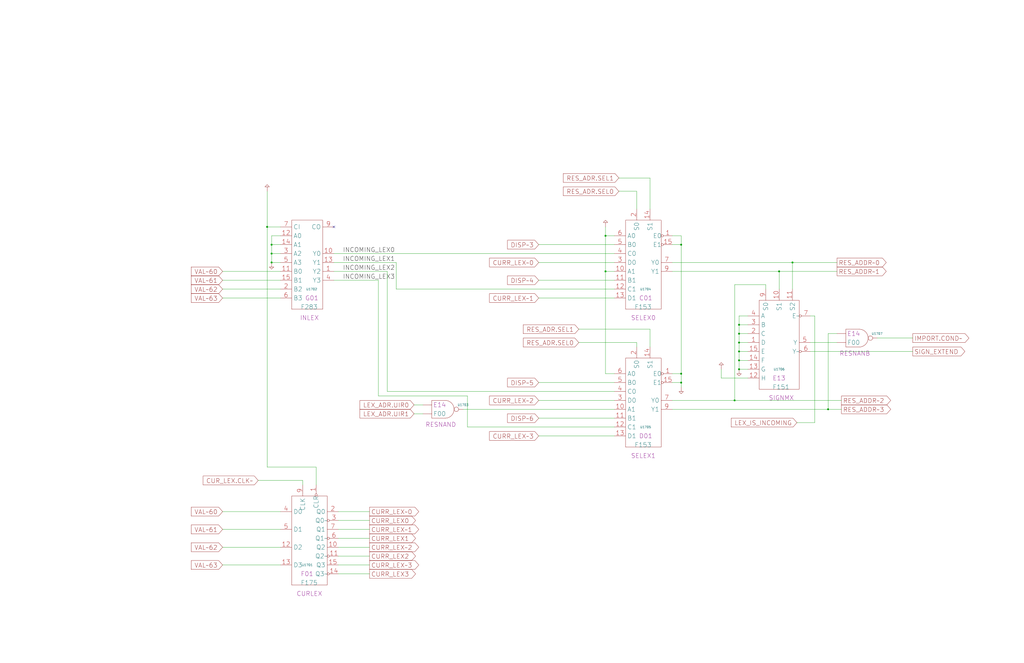
<source format=kicad_sch>
(kicad_sch (version 20250114) (generator "eeschema") (generator_version "9.0")
  (paper "User" 584.2 378.46)
  (title_block (title "RESOLVE ADDRESS GENERATION") (date "22-MAY-90") (rev "1.0") (comment 1 "SEQUENCER") (comment 2 "232-003064") (comment 3 "S400") (comment 4 "RELEASED"))
  (lib_symbols
    (symbol "r1000:F00" (pin_numbers (hide yes)) (pin_names (hide yes))
      (property "Reference" "U" (at 15.24 0 0))
      (property "Value" "F00" (at 1.905 -5.08 0))
      (property "Location" "___" (at 1.905 0 0))
      (property "Name" "______" (at 2.54 -12.7 0))
      (symbol "F00_0_1"
        (polyline (pts (xy -2.54 2.54) (xy -2.54 -7.62)) (stroke (width 0.1524)))
        (polyline (pts (xy -2.54 2.54) (xy 5.08 2.54)) (stroke (width 0.1524)))
        (polyline (pts (xy -2.54 -7.62) (xy 5.08 -7.62)) (stroke (width 0.1524)))
        (arc (start 5.08 2.54) (mid 10.1281 -2.54) (end 5.08 -7.62) (stroke (width 0.1524)))
        (circle (center 11.43 -2.54) (radius 1.27) (stroke (width 0.1524)))
      )
      (symbol "F00_0_2"
        (arc (start -3.175 2.54) (mid -2.134 -2.54) (end -3.175 -7.62) (stroke (width 0.1524)))
        (circle (center -3.81 0) (radius 1.27) (stroke (width 0.1524)))
        (circle (center -3.81 -5.08) (radius 1.27) (stroke (width 0.1524)))
        (polyline (pts (xy -3.175 2.54) (xy 3.81 2.54)) (stroke (width 0.1524)))
        (polyline (pts (xy -3.175 -7.62) (xy 3.81 -7.62)) (stroke (width 0.1524)))
        (arc (start 3.81 2.54) (mid 7.5828 0.7472) (end 10.16 -2.54) (stroke (width 0.1524)))
        (arc (start 10.16 -2.54) (mid 7.5855 -5.8306) (end 3.81 -7.62) (stroke (width 0.1524)))
      )
      (symbol "F00_1_1"
        (pin input line (at -7.62 0 0) (length 5.08) (name "D0") (number "1"))
        (pin input line (at -7.62 -5.08 0) (length 5.08) (name "D1") (number "2"))
        (pin output line (at 15.24 -2.54 180) (length 2.54) (name "Q") (number "3"))
      )
      (symbol "F00_1_2"
        (pin input line (at -7.62 0 0) (length 2.54) (name "D0") (number "1"))
        (pin input line (at -7.62 -5.08 0) (length 2.54) (name "D1") (number "2"))
        (pin output line (at 15.24 -2.54 180) (length 5.08) (name "Q") (number "3"))
      )
    )
    (symbol "r1000:F151" (pin_names (offset 1.016))
      (property "Reference" "U" (at 2.54 5.08 0))
      (property "Value" "F151" (at -1.27 -5.08 0))
      (property "Location" "___" (at -1.27 0 0))
      (property "Name" "______" (at 3.81 -12.7 0))
      (symbol "F151_1_1"
        (rectangle (start -8.89 44.45) (end 13.97 -6.35))
        (circle (center 14.605 35.56) (radius 0.635))
        (circle (center 14.605 15.24) (radius 0.635))
        (pin input line (at -15.24 35.56 0) (length 6.35) (name "A") (number "4"))
        (pin input line (at -15.24 30.48 0) (length 6.35) (name "B") (number "3"))
        (pin input line (at -15.24 25.4 0) (length 6.35) (name "C") (number "2"))
        (pin input line (at -15.24 20.32 0) (length 6.35) (name "D") (number "1"))
        (pin input line (at -15.24 15.24 0) (length 6.35) (name "E") (number "15"))
        (pin input line (at -15.24 10.16 0) (length 6.35) (name "F") (number "14"))
        (pin input line (at -15.24 5.08 0) (length 6.35) (name "G") (number "13"))
        (pin input line (at -15.24 0 0) (length 6.35) (name "H") (number "12"))
        (pin input line (at -5.08 50.8 270) (length 6.35) (name "S0") (number "9"))
        (pin input line (at 2.54 50.8 270) (length 6.35) (name "S1") (number "10"))
        (pin input line (at 10.16 50.8 270) (length 6.35) (name "S2") (number "11"))
        (pin input line (at 20.32 35.56 180) (length 5.08) (name "E~") (number "7"))
        (pin output line (at 20.32 20.32 180) (length 6.35) (name "Y") (number "5"))
        (pin output line (at 20.32 15.24 180) (length 5.08) (name "Y~") (number "6"))
      )
    )
    (symbol "r1000:F153" (pin_names (offset 1.016))
      (property "Reference" "U" (at 2.54 5.08 0))
      (property "Value" "F153" (at -3.81 -5.08 0))
      (property "Location" "___" (at -1.27 0 0))
      (property "Name" "______" (at 1.27 -12.7 0))
      (symbol "F153_1_1"
        (rectangle (start -8.89 44.45) (end 11.43 -6.35))
        (circle (center 12.065 35.56) (radius 0.635))
        (circle (center 12.065 30.48) (radius 0.635))
        (pin input line (at -15.24 35.56 0) (length 6.35) (name "A0") (number "6"))
        (pin input line (at -15.24 30.48 0) (length 6.35) (name "B0") (number "5"))
        (pin input line (at -15.24 25.4 0) (length 6.35) (name "C0") (number "4"))
        (pin input line (at -15.24 20.32 0) (length 6.35) (name "D0") (number "3"))
        (pin input line (at -15.24 15.24 0) (length 6.35) (name "A1") (number "10"))
        (pin input line (at -15.24 10.16 0) (length 6.35) (name "B1") (number "11"))
        (pin input line (at -15.24 5.08 0) (length 6.35) (name "C1") (number "12"))
        (pin input line (at -15.24 0 0) (length 6.35) (name "D1") (number "13"))
        (pin input line (at -2.54 50.8 270) (length 6.35) (name "S0") (number "2"))
        (pin input line (at 5.08 50.8 270) (length 6.35) (name "S1") (number "14"))
        (pin input line (at 17.78 35.56 180) (length 5.08) (name "E0") (number "1"))
        (pin input line (at 17.78 30.48 180) (length 5.08) (name "E1") (number "15"))
        (pin output line (at 17.78 20.32 180) (length 6.35) (name "Y0") (number "7"))
        (pin output line (at 17.78 15.24 180) (length 6.35) (name "Y1") (number "9"))
      )
    )
    (symbol "r1000:F175" (pin_names (offset 1.016))
      (property "Reference" "U" (at 2.54 5.08 0))
      (property "Value" "F175" (at -1.27 -5.08 0))
      (property "Location" "___" (at -1.27 0 0))
      (property "Name" "______" (at 3.81 -12.7 0))
      (symbol "F175_1_1"
        (rectangle (start -6.35 44.45) (end 13.97 -6.35))
        (circle (center 7.62 45.085) (radius 0.635))
        (circle (center 14.605 30.48) (radius 0.635))
        (circle (center 14.605 20.32) (radius 0.635))
        (circle (center 14.605 10.16) (radius 0.635))
        (circle (center 14.605 0) (radius 0.635))
        (pin input line (at -12.7 35.56 0) (length 6.35) (name "D0") (number "4"))
        (pin input line (at -12.7 25.4 0) (length 6.35) (name "D1") (number "5"))
        (pin input line (at -12.7 15.24 0) (length 6.35) (name "D2") (number "12"))
        (pin input line (at -12.7 5.08 0) (length 6.35) (name "D3") (number "13"))
        (pin input line (at 0 50.8 270) (length 6.35) (name "CLK") (number "9"))
        (pin input line (at 7.62 50.8 270) (length 5.08) (name "CLR") (number "1"))
        (pin output line (at 20.32 35.56 180) (length 6.35) (name "Q0") (number "2"))
        (pin output line (at 20.32 30.48 180) (length 5.08) (name "Q0~") (number "3"))
        (pin output line (at 20.32 25.4 180) (length 6.35) (name "Q1") (number "7"))
        (pin output line (at 20.32 20.32 180) (length 5.08) (name "Q1~") (number "6"))
        (pin output line (at 20.32 15.24 180) (length 6.35) (name "Q2") (number "10"))
        (pin output line (at 20.32 10.16 180) (length 5.08) (name "Q2~") (number "11"))
        (pin output line (at 20.32 5.08 180) (length 6.35) (name "Q3") (number "15"))
        (pin output line (at 20.32 0 180) (length 5.08) (name "Q3~") (number "14"))
      )
    )
    (symbol "r1000:F283" (pin_names (offset 1.016))
      (property "Reference" "U" (at 2.54 5.08 0))
      (property "Value" "F283" (at -3.81 -5.08 0))
      (property "Location" "___" (at -1.27 0 0))
      (property "Name" "______" (at 1.27 -12.7 0))
      (symbol "F283_1_1"
        (rectangle (start -8.89 44.45) (end 8.89 -6.35))
        (pin input line (at -15.24 40.64 0) (length 6.35) (name "CI") (number "7"))
        (pin input line (at -15.24 35.56 0) (length 6.35) (name "A0") (number "12"))
        (pin input line (at -15.24 30.48 0) (length 6.35) (name "A1") (number "14"))
        (pin input line (at -15.24 25.4 0) (length 6.35) (name "A2") (number "3"))
        (pin input line (at -15.24 20.32 0) (length 6.35) (name "A3") (number "5"))
        (pin input line (at -15.24 15.24 0) (length 6.35) (name "B0") (number "11"))
        (pin input line (at -15.24 10.16 0) (length 6.35) (name "B1") (number "15"))
        (pin input line (at -15.24 5.08 0) (length 6.35) (name "B2") (number "2"))
        (pin input line (at -15.24 0 0) (length 6.35) (name "B3") (number "6"))
        (pin output line (at 15.24 40.64 180) (length 6.35) (name "CO") (number "9"))
        (pin output line (at 15.24 25.4 180) (length 6.35) (name "Y0") (number "10"))
        (pin output line (at 15.24 20.32 180) (length 6.35) (name "Y1") (number "13"))
        (pin output line (at 15.24 15.24 180) (length 6.35) (name "Y2") (number "1"))
        (pin output line (at 15.24 10.16 180) (length 6.35) (name "Y3") (number "4"))
      )
    )
    (symbol "r1000:PD" (power) (pin_numbers (hide yes)) (pin_names (hide yes)) (in_bom no)
      (symbol "PD_0_1"
        (polyline (pts (xy 0 -2.54) (xy 1.27 -2.54) (xy 0 -3.81) (xy -1.27 -2.54) (xy 0 -2.54)) (stroke (width 0.1524)))
      )
      (symbol "PD_1_1"
        (pin power_in line (at 0 0 270) (length 2.54) (name "PD") (number "1"))
      )
    )
    (symbol "r1000:PU" (power) (pin_numbers (hide yes)) (pin_names (hide yes))
      (symbol "PU_0_1"
        (polyline (pts (xy 0 2.54) (xy -1.27 2.54) (xy 0 3.81) (xy 1.27 2.54) (xy 0 2.54)) (stroke (width 0.1524)))
      )
      (symbol "PU_1_1"
        (pin power_in line (at 0 0 90) (length 2.54) (name "PU") (number "1"))
      )
    )
  )
  (junction (at 345.44 154.94))
  (junction (at 421.64 190.5))
  (junction (at 345.44 134.62))
  (junction (at 154.94 149.86))
  (junction (at 154.94 139.7))
  (junction (at 152.4 129.54))
  (junction (at 444.5 154.94))
  (junction (at 388.62 213.36))
  (junction (at 421.64 210.82))
  (junction (at 421.64 205.74))
  (junction (at 421.64 195.58))
  (junction (at 388.62 218.44))
  (junction (at 154.94 144.78))
  (junction (at 421.64 185.42))
  (junction (at 388.62 139.7))
  (junction (at 419.1 228.6))
  (junction (at 452.12 149.86))
  (junction (at 421.64 200.66))
  (junction (at 472.44 233.68))
  (no_connect (at 190.5 129.54))
  (wire (pts (xy 363.22 109.22) (xy 363.22 119.38)))
  (wire (pts (xy 388.62 134.62) (xy 388.62 139.7)))
  (wire (pts (xy 383.54 213.36) (xy 388.62 213.36)))
  (wire (pts (xy 426.72 215.9) (xy 411.48 215.9)))
  (wire (pts (xy 215.9 160.02) (xy 215.9 226.06)))
  (wire (pts (xy 345.44 129.54) (xy 345.44 134.62)))
  (wire (pts (xy 307.34 238.76) (xy 350.52 238.76)))
  (wire (pts (xy 345.44 154.94) (xy 345.44 213.36)))
  (wire (pts (xy 383.54 134.62) (xy 388.62 134.62)))
  (wire (pts (xy 193.04 312.42) (xy 210.82 312.42)))
  (wire (pts (xy 127 160.02) (xy 160.02 160.02)))
  (wire (pts (xy 127 170.18) (xy 160.02 170.18)))
  (wire (pts (xy 421.64 205.74) (xy 426.72 205.74)))
  (wire (pts (xy 421.64 185.42) (xy 426.72 185.42)))
  (wire (pts (xy 127 312.42) (xy 160.02 312.42)))
  (wire (pts (xy 215.9 226.06) (xy 266.7 226.06)))
  (wire (pts (xy 444.5 154.94) (xy 477.52 154.94)))
  (wire (pts (xy 264.16 233.68) (xy 350.52 233.68)))
  (wire (pts (xy 472.44 233.68) (xy 480.06 233.68)))
  (wire (pts (xy 193.04 327.66) (xy 210.82 327.66)))
  (wire (pts (xy 472.44 233.68) (xy 472.44 190.5)))
  (wire (pts (xy 152.4 109.22) (xy 152.4 129.54)))
  (wire (pts (xy 152.4 129.54) (xy 152.4 266.7)))
  (wire (pts (xy 436.88 162.56) (xy 436.88 165.1)))
  (wire (pts (xy 193.04 297.18) (xy 210.82 297.18)))
  (wire (pts (xy 190.5 149.86) (xy 226.06 149.86)))
  (wire (pts (xy 152.4 266.7) (xy 180.34 266.7)))
  (wire (pts (xy 226.06 149.86) (xy 226.06 165.1)))
  (wire (pts (xy 419.1 228.6) (xy 419.1 162.56)))
  (wire (pts (xy 421.64 190.5) (xy 426.72 190.5)))
  (wire (pts (xy 383.54 218.44) (xy 388.62 218.44)))
  (wire (pts (xy 307.34 248.92) (xy 350.52 248.92)))
  (wire (pts (xy 500.38 193.04) (xy 520.7 193.04)))
  (wire (pts (xy 462.28 195.58) (xy 477.52 195.58)))
  (wire (pts (xy 370.84 101.6) (xy 370.84 119.38)))
  (wire (pts (xy 127 322.58) (xy 160.02 322.58)))
  (wire (pts (xy 154.94 134.62) (xy 154.94 139.7)))
  (wire (pts (xy 363.22 195.58) (xy 363.22 198.12)))
  (wire (pts (xy 236.22 236.22) (xy 241.3 236.22)))
  (wire (pts (xy 154.94 139.7) (xy 154.94 144.78)))
  (wire (pts (xy 307.34 160.02) (xy 350.52 160.02)))
  (wire (pts (xy 330.2 187.96) (xy 370.84 187.96)))
  (wire (pts (xy 462.28 200.66) (xy 520.7 200.66)))
  (wire (pts (xy 127 154.94) (xy 160.02 154.94)))
  (wire (pts (xy 220.98 223.52) (xy 350.52 223.52)))
  (wire (pts (xy 330.2 195.58) (xy 363.22 195.58)))
  (wire (pts (xy 172.72 276.86) (xy 172.72 274.32)))
  (wire (pts (xy 411.48 215.9) (xy 411.48 210.82)))
  (wire (pts (xy 307.34 149.86) (xy 350.52 149.86)))
  (wire (pts (xy 426.72 180.34) (xy 421.64 180.34)))
  (wire (pts (xy 421.64 185.42) (xy 421.64 190.5)))
  (wire (pts (xy 345.44 154.94) (xy 350.52 154.94)))
  (wire (pts (xy 464.82 180.34) (xy 464.82 241.3)))
  (wire (pts (xy 421.64 195.58) (xy 421.64 200.66)))
  (wire (pts (xy 160.02 134.62) (xy 154.94 134.62)))
  (wire (pts (xy 388.62 213.36) (xy 388.62 218.44)))
  (wire (pts (xy 452.12 149.86) (xy 452.12 165.1)))
  (wire (pts (xy 307.34 170.18) (xy 350.52 170.18)))
  (wire (pts (xy 154.94 149.86) (xy 160.02 149.86)))
  (wire (pts (xy 345.44 134.62) (xy 350.52 134.62)))
  (wire (pts (xy 421.64 210.82) (xy 426.72 210.82)))
  (wire (pts (xy 472.44 190.5) (xy 477.52 190.5)))
  (wire (pts (xy 388.62 139.7) (xy 388.62 213.36)))
  (wire (pts (xy 127 302.26) (xy 160.02 302.26)))
  (wire (pts (xy 193.04 322.58) (xy 210.82 322.58)))
  (wire (pts (xy 190.5 154.94) (xy 220.98 154.94)))
  (wire (pts (xy 307.34 218.44) (xy 350.52 218.44)))
  (wire (pts (xy 307.34 139.7) (xy 350.52 139.7)))
  (wire (pts (xy 419.1 228.6) (xy 480.06 228.6)))
  (wire (pts (xy 421.64 195.58) (xy 426.72 195.58)))
  (wire (pts (xy 454.66 241.3) (xy 464.82 241.3)))
  (wire (pts (xy 345.44 213.36) (xy 350.52 213.36)))
  (wire (pts (xy 383.54 228.6) (xy 419.1 228.6)))
  (wire (pts (xy 421.64 190.5) (xy 421.64 195.58)))
  (wire (pts (xy 421.64 205.74) (xy 421.64 210.82)))
  (wire (pts (xy 421.64 180.34) (xy 421.64 185.42)))
  (wire (pts (xy 193.04 317.5) (xy 210.82 317.5)))
  (wire (pts (xy 452.12 149.86) (xy 477.52 149.86)))
  (wire (pts (xy 383.54 154.94) (xy 444.5 154.94)))
  (wire (pts (xy 266.7 226.06) (xy 266.7 243.84)))
  (wire (pts (xy 127 292.1) (xy 160.02 292.1)))
  (wire (pts (xy 383.54 149.86) (xy 452.12 149.86)))
  (wire (pts (xy 345.44 134.62) (xy 345.44 154.94)))
  (wire (pts (xy 383.54 233.68) (xy 472.44 233.68)))
  (wire (pts (xy 421.64 200.66) (xy 421.64 205.74)))
  (wire (pts (xy 444.5 154.94) (xy 444.5 165.1)))
  (wire (pts (xy 421.64 200.66) (xy 426.72 200.66)))
  (wire (pts (xy 190.5 144.78) (xy 350.52 144.78)))
  (wire (pts (xy 154.94 144.78) (xy 154.94 149.86)))
  (wire (pts (xy 419.1 162.56) (xy 436.88 162.56)))
  (wire (pts (xy 147.32 274.32) (xy 172.72 274.32)))
  (wire (pts (xy 154.94 139.7) (xy 160.02 139.7)))
  (wire (pts (xy 462.28 180.34) (xy 464.82 180.34)))
  (wire (pts (xy 127 165.1) (xy 160.02 165.1)))
  (wire (pts (xy 220.98 154.94) (xy 220.98 223.52)))
  (wire (pts (xy 236.22 231.14) (xy 241.3 231.14)))
  (wire (pts (xy 180.34 266.7) (xy 180.34 276.86)))
  (wire (pts (xy 370.84 187.96) (xy 370.84 198.12)))
  (wire (pts (xy 383.54 139.7) (xy 388.62 139.7)))
  (wire (pts (xy 190.5 160.02) (xy 215.9 160.02)))
  (wire (pts (xy 193.04 302.26) (xy 210.82 302.26)))
  (wire (pts (xy 193.04 292.1) (xy 210.82 292.1)))
  (wire (pts (xy 266.7 243.84) (xy 350.52 243.84)))
  (wire (pts (xy 353.06 109.22) (xy 363.22 109.22)))
  (wire (pts (xy 307.34 228.6) (xy 350.52 228.6)))
  (wire (pts (xy 388.62 218.44) (xy 388.62 220.98)))
  (wire (pts (xy 193.04 307.34) (xy 210.82 307.34)))
  (wire (pts (xy 226.06 165.1) (xy 350.52 165.1)))
  (wire (pts (xy 152.4 129.54) (xy 160.02 129.54)))
  (wire (pts (xy 353.06 101.6) (xy 370.84 101.6)))
  (wire (pts (xy 154.94 144.78) (xy 160.02 144.78)))
  (label "INCOMING_LEX3" (at 195.58 160.02 0) (effects (font (size 2.54 2.54))))
  (label "INCOMING_LEX2" (at 195.58 154.94 0) (effects (font (size 2.54 2.54))))
  (label "INCOMING_LEX0" (at 195.58 144.78 0) (effects (font (size 2.54 2.54))))
  (label "INCOMING_LEX1" (at 195.58 149.86 0) (effects (font (size 2.54 2.54))))
  (global_label "CURR_LEX~2" (shape input) (at 307.34 228.6 180) (effects (font (size 2.54 2.54))) (property "Intersheetrefs" "${INTERSHEET_REFS}" (at 279.2911 228.4413 0) (effects (font (size 1.905 1.905)) (justify right))))
  (global_label "DISP~3" (shape input) (at 307.34 139.7 180) (effects (font (size 2.54 2.54))) (property "Intersheetrefs" "${INTERSHEET_REFS}" (at 289.5721 139.5413 0) (effects (font (size 1.905 1.905)) (justify right))))
  (global_label "LEX_ADR.UIR0" (shape input) (at 236.22 231.14 180) (effects (font (size 2.54 2.54))) (property "Intersheetrefs" "${INTERSHEET_REFS}" (at 205.3892 230.9813 0) (effects (font (size 1.905 1.905)) (justify right))))
  (global_label "RES_ADR.SEL1" (shape input) (at 353.06 101.6 180) (effects (font (size 2.54 2.54))) (property "Intersheetrefs" "${INTERSHEET_REFS}" (at 321.3826 101.4413 0) (effects (font (size 1.905 1.905)) (justify right))))
  (global_label "IMPORT.COND~" (shape output) (at 520.7 193.04 0) (effects (font (size 2.54 2.54))) (property "Intersheetrefs" "${INTERSHEET_REFS}" (at 552.7403 192.8813 0) (effects (font (size 1.905 1.905)) (justify left))))
  (global_label "SIGN_EXTEND" (shape output) (at 520.7 200.66 0) (effects (font (size 2.54 2.54))) (property "Intersheetrefs" "${INTERSHEET_REFS}" (at 550.4422 200.5013 0) (effects (font (size 1.905 1.905)) (justify left))))
  (global_label "RES_ADDR~0" (shape output) (at 477.52 149.86 0) (effects (font (size 2.54 2.54))) (property "Intersheetrefs" "${INTERSHEET_REFS}" (at 505.5689 149.7013 0) (effects (font (size 1.905 1.905)) (justify left))))
  (global_label "CURR_LEX1" (shape output) (at 210.82 307.34 0) (effects (font (size 2.54 2.54))) (property "Intersheetrefs" "${INTERSHEET_REFS}" (at 237.0546 307.1813 0) (effects (font (size 1.905 1.905)) (justify left))))
  (global_label "VAL~61" (shape input) (at 127 302.26 180) (effects (font (size 2.54 2.54))) (property "Intersheetrefs" "${INTERSHEET_REFS}" (at 109.1111 302.1013 0) (effects (font (size 1.905 1.905)) (justify right))))
  (global_label "RES_ADR.SEL0" (shape input) (at 330.2 195.58 180) (effects (font (size 2.54 2.54))) (property "Intersheetrefs" "${INTERSHEET_REFS}" (at 298.5226 195.4213 0) (effects (font (size 1.905 1.905)) (justify right))))
  (global_label "VAL~63" (shape input) (at 127 170.18 180) (effects (font (size 2.54 2.54))) (property "Intersheetrefs" "${INTERSHEET_REFS}" (at 109.1111 170.0213 0) (effects (font (size 1.905 1.905)) (justify right))))
  (global_label "RES_ADDR~1" (shape output) (at 477.52 154.94 0) (effects (font (size 2.54 2.54))) (property "Intersheetrefs" "${INTERSHEET_REFS}" (at 505.5689 154.7813 0) (effects (font (size 1.905 1.905)) (justify left))))
  (global_label "CURR_LEX~0" (shape output) (at 210.82 292.1 0) (effects (font (size 2.54 2.54))) (property "Intersheetrefs" "${INTERSHEET_REFS}" (at 238.8689 291.9413 0) (effects (font (size 1.905 1.905)) (justify left))))
  (global_label "VAL~63" (shape input) (at 127 322.58 180) (effects (font (size 2.54 2.54))) (property "Intersheetrefs" "${INTERSHEET_REFS}" (at 109.1111 322.4213 0) (effects (font (size 1.905 1.905)) (justify right))))
  (global_label "VAL~62" (shape input) (at 127 165.1 180) (effects (font (size 2.54 2.54))) (property "Intersheetrefs" "${INTERSHEET_REFS}" (at 109.1111 164.9413 0) (effects (font (size 1.905 1.905)) (justify right))))
  (global_label "CURR_LEX~1" (shape output) (at 210.82 302.26 0) (effects (font (size 2.54 2.54))) (property "Intersheetrefs" "${INTERSHEET_REFS}" (at 238.8689 302.1013 0) (effects (font (size 1.905 1.905)) (justify left))))
  (global_label "DISP~6" (shape input) (at 307.34 238.76 180) (effects (font (size 2.54 2.54))) (property "Intersheetrefs" "${INTERSHEET_REFS}" (at 289.5721 238.6013 0) (effects (font (size 1.905 1.905)) (justify right))))
  (global_label "VAL~60" (shape input) (at 127 154.94 180) (effects (font (size 2.54 2.54))) (property "Intersheetrefs" "${INTERSHEET_REFS}" (at 109.1111 154.7813 0) (effects (font (size 1.905 1.905)) (justify right))))
  (global_label "VAL~60" (shape input) (at 127 292.1 180) (effects (font (size 2.54 2.54))) (property "Intersheetrefs" "${INTERSHEET_REFS}" (at 109.1111 291.9413 0) (effects (font (size 1.905 1.905)) (justify right))))
  (global_label "RES_ADDR~3" (shape output) (at 480.06 233.68 0) (effects (font (size 2.54 2.54))) (property "Intersheetrefs" "${INTERSHEET_REFS}" (at 508.1089 233.5213 0) (effects (font (size 1.905 1.905)) (justify left))))
  (global_label "CURR_LEX2" (shape output) (at 210.82 317.5 0) (effects (font (size 2.54 2.54))) (property "Intersheetrefs" "${INTERSHEET_REFS}" (at 237.0546 317.3413 0) (effects (font (size 1.905 1.905)) (justify left))))
  (global_label "CURR_LEX~1" (shape input) (at 307.34 170.18 180) (effects (font (size 2.54 2.54))) (property "Intersheetrefs" "${INTERSHEET_REFS}" (at 279.2911 170.0213 0) (effects (font (size 1.905 1.905)) (justify right))))
  (global_label "RES_ADR.SEL0" (shape input) (at 353.06 109.22 180) (effects (font (size 2.54 2.54))) (property "Intersheetrefs" "${INTERSHEET_REFS}" (at 321.3826 109.0613 0) (effects (font (size 1.905 1.905)) (justify right))))
  (global_label "CURR_LEX~3" (shape output) (at 210.82 322.58 0) (effects (font (size 2.54 2.54))) (property "Intersheetrefs" "${INTERSHEET_REFS}" (at 238.8689 322.4213 0) (effects (font (size 1.905 1.905)) (justify left))))
  (global_label "LEX_IS_INCOMING" (shape input) (at 454.66 241.3 180) (effects (font (size 2.54 2.54))) (property "Intersheetrefs" "${INTERSHEET_REFS}" (at 417.1769 241.1413 0) (effects (font (size 1.905 1.905)) (justify right))))
  (global_label "LEX_ADR.UIR1" (shape input) (at 236.22 236.22 180) (effects (font (size 2.54 2.54))) (property "Intersheetrefs" "${INTERSHEET_REFS}" (at 205.3892 236.0613 0) (effects (font (size 1.905 1.905)) (justify right))))
  (global_label "VAL~62" (shape input) (at 127 312.42 180) (effects (font (size 2.54 2.54))) (property "Intersheetrefs" "${INTERSHEET_REFS}" (at 109.1111 312.2613 0) (effects (font (size 1.905 1.905)) (justify right))))
  (global_label "RES_ADR.SEL1" (shape input) (at 330.2 187.96 180) (effects (font (size 2.54 2.54))) (property "Intersheetrefs" "${INTERSHEET_REFS}" (at 298.5226 187.8013 0) (effects (font (size 1.905 1.905)) (justify right))))
  (global_label "DISP~4" (shape input) (at 307.34 160.02 180) (effects (font (size 2.54 2.54))) (property "Intersheetrefs" "${INTERSHEET_REFS}" (at 289.5721 159.8613 0) (effects (font (size 1.905 1.905)) (justify right))))
  (global_label "CURR_LEX~3" (shape input) (at 307.34 248.92 180) (effects (font (size 2.54 2.54))) (property "Intersheetrefs" "${INTERSHEET_REFS}" (at 279.2911 248.7613 0) (effects (font (size 1.905 1.905)) (justify right))))
  (global_label "CURR_LEX3" (shape output) (at 210.82 327.66 0) (effects (font (size 2.54 2.54))) (property "Intersheetrefs" "${INTERSHEET_REFS}" (at 237.0546 327.5013 0) (effects (font (size 1.905 1.905)) (justify left))))
  (global_label "VAL~61" (shape input) (at 127 160.02 180) (effects (font (size 2.54 2.54))) (property "Intersheetrefs" "${INTERSHEET_REFS}" (at 109.1111 159.8613 0) (effects (font (size 1.905 1.905)) (justify right))))
  (global_label "CUR_LEX.CLK~" (shape input) (at 147.32 274.32 180) (effects (font (size 2.54 2.54))) (property "Intersheetrefs" "${INTERSHEET_REFS}" (at 115.8845 274.1613 0) (effects (font (size 1.905 1.905)) (justify right))))
  (global_label "CURR_LEX~2" (shape output) (at 210.82 312.42 0) (effects (font (size 2.54 2.54))) (property "Intersheetrefs" "${INTERSHEET_REFS}" (at 238.8689 312.2613 0) (effects (font (size 1.905 1.905)) (justify left))))
  (global_label "RES_ADDR~2" (shape output) (at 480.06 228.6 0) (effects (font (size 2.54 2.54))) (property "Intersheetrefs" "${INTERSHEET_REFS}" (at 508.1089 228.4413 0) (effects (font (size 1.905 1.905)) (justify left))))
  (global_label "DISP~5" (shape input) (at 307.34 218.44 180) (effects (font (size 2.54 2.54))) (property "Intersheetrefs" "${INTERSHEET_REFS}" (at 289.5721 218.2813 0) (effects (font (size 1.905 1.905)) (justify right))))
  (global_label "CURR_LEX0" (shape output) (at 210.82 297.18 0) (effects (font (size 2.54 2.54))) (property "Intersheetrefs" "${INTERSHEET_REFS}" (at 237.0546 297.0213 0) (effects (font (size 1.905 1.905)) (justify left))))
  (global_label "CURR_LEX~0" (shape input) (at 307.34 149.86 180) (effects (font (size 2.54 2.54))) (property "Intersheetrefs" "${INTERSHEET_REFS}" (at 279.2911 149.7013 0) (effects (font (size 1.905 1.905)) (justify right))))
  (symbol (lib_id "r1000:F283") (at 175.26 170.18 0) (unit 1)
    (property "Reference" "U1702" (at 177.8 165.1 0))
    (property "Value" "F283" (at 171.45 175.26 0) (effects (font (size 2.54 2.54)) (justify left)))
    (property "Location" "G01" (at 173.99 170.18 0) (effects (font (size 2.54 2.54)) (justify left)))
    (property "Name" "INLEX" (at 176.53 182.88 0) (effects (font (size 2.54 2.54)) (justify bottom)))
  )
  (symbol (lib_id "r1000:PD") (at 421.64 210.82 0) (unit 1) (in_bom no)
    (property "Reference" "#PWR01706" (effects (hide yes)))
    (property "Value" "PD" (effects (hide yes)))
  )
  (symbol (lib_id "r1000:PD") (at 154.94 149.86 0) (unit 1) (in_bom no)
    (property "Reference" "#PWR01702" (effects (hide yes)))
    (property "Value" "PD" (effects (hide yes)))
  )
  (symbol (lib_id "r1000:PU") (at 345.44 129.54 0) (unit 1)
    (property "Reference" "#PWR01703" (effects (hide yes)))
    (property "Value" "PU" (effects (hide yes)))
  )
  (symbol (lib_id "r1000:PU") (at 152.4 109.22 0) (unit 1)
    (property "Reference" "#PWR01701" (effects (hide yes)))
    (property "Value" "PU" (effects (hide yes)))
  )
  (symbol (lib_id "r1000:F153") (at 365.76 170.18 0) (unit 1)
    (property "Reference" "U1704" (at 368.3 165.1 0))
    (property "Value" "F153" (at 361.95 175.26 0) (effects (font (size 2.54 2.54)) (justify left)))
    (property "Location" "C01" (at 364.49 170.18 0) (effects (font (size 2.54 2.54)) (justify left)))
    (property "Name" "SELEX0" (at 367.03 182.88 0) (effects (font (size 2.54 2.54)) (justify bottom)))
  )
  (symbol (lib_id "r1000:F151") (at 441.96 215.9 0) (unit 1)
    (property "Reference" "U1706" (at 444.5 210.82 0))
    (property "Value" "F151" (at 440.69 220.98 0) (effects (font (size 2.54 2.54)) (justify left)))
    (property "Location" "E13" (at 440.69 215.9 0) (effects (font (size 2.54 2.54)) (justify left)))
    (property "Name" "SIGNMX" (at 445.77 228.6 0) (effects (font (size 2.54 2.54)) (justify bottom)))
  )
  (symbol (lib_id "r1000:PU") (at 411.48 210.82 0) (unit 1)
    (property "Reference" "#PWR01705" (effects (hide yes)))
    (property "Value" "PU" (effects (hide yes)))
  )
  (symbol (lib_id "r1000:PD") (at 388.62 220.98 0) (unit 1) (in_bom no)
    (property "Reference" "#PWR01704" (effects (hide yes)))
    (property "Value" "PD" (effects (hide yes)))
  )
  (symbol (lib_id "r1000:F153") (at 365.76 248.92 0) (unit 1)
    (property "Reference" "U1705" (at 368.3 243.84 0))
    (property "Value" "F153" (at 361.95 254 0) (effects (font (size 2.54 2.54)) (justify left)))
    (property "Location" "D01" (at 364.49 248.92 0) (effects (font (size 2.54 2.54)) (justify left)))
    (property "Name" "SELEX1" (at 367.03 261.62 0) (effects (font (size 2.54 2.54)) (justify bottom)))
  )
  (symbol (lib_id "r1000:F00") (at 248.92 231.14 0) (unit 1)
    (property "Reference" "U1703" (at 264.16 231.14 0))
    (property "Value" "F00" (at 250.825 236.22 0) (effects (font (size 2.54 2.54))))
    (property "Location" "E14" (at 250.825 231.14 0) (effects (font (size 2.54 2.54))))
    (property "Name" "RESNAND" (at 251.46 243.84 0) (effects (font (size 2.54 2.54)) (justify bottom)))
  )
  (symbol (lib_id "r1000:F00") (at 485.14 190.5 0) (unit 1)
    (property "Reference" "U1707" (at 500.38 190.5 0))
    (property "Value" "F00" (at 487.045 195.58 0) (effects (font (size 2.54 2.54))))
    (property "Location" "E14" (at 487.045 190.5 0) (effects (font (size 2.54 2.54))))
    (property "Name" "RESNANB" (at 487.68 203.2 0) (effects (font (size 2.54 2.54)) (justify bottom)))
  )
  (symbol (lib_id "r1000:F175") (at 172.72 327.66 0) (unit 1)
    (property "Reference" "U1701" (at 175.26 322.58 0))
    (property "Value" "F175" (at 171.45 332.74 0) (effects (font (size 2.54 2.54)) (justify left)))
    (property "Location" "F01" (at 171.45 327.66 0) (effects (font (size 2.54 2.54)) (justify left)))
    (property "Name" "CURLEX" (at 176.53 340.36 0) (effects (font (size 2.54 2.54)) (justify bottom)))
  )
)
</source>
